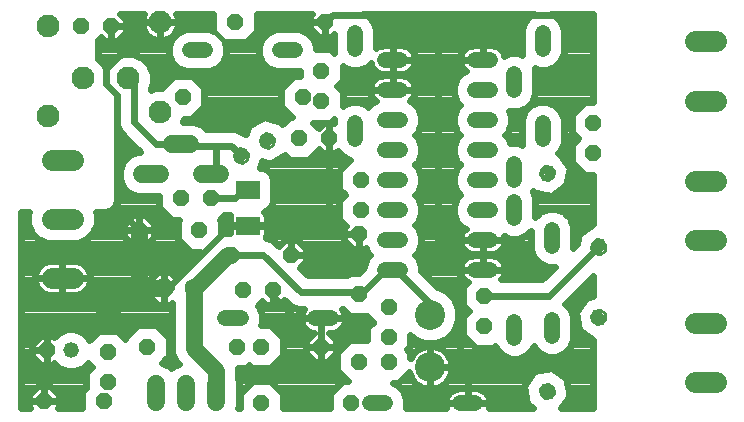
<source format=gtl>
G75*
%MOIN*%
%OFA0B0*%
%FSLAX25Y25*%
%IPPOS*%
%LPD*%
%AMOC8*
5,1,8,0,0,1.08239X$1,22.5*
%
%ADD10OC8,0.05200*%
%ADD11C,0.05200*%
%ADD12OC8,0.06300*%
%ADD13C,0.06300*%
%ADD14OC8,0.05600*%
%ADD15C,0.07600*%
%ADD16C,0.01120*%
%ADD17C,0.05200*%
%ADD18C,0.07050*%
%ADD19R,0.07874X0.05906*%
%ADD20C,0.06000*%
%ADD21C,0.10000*%
%ADD22C,0.02400*%
%ADD23C,0.05600*%
%ADD24C,0.01600*%
D10*
X0059930Y0065030D03*
D11*
X0067930Y0065030D03*
D12*
X0098930Y0085655D03*
D13*
X0108930Y0085655D03*
D14*
X0125180Y0085030D03*
X0135180Y0085030D03*
X0141430Y0096905D03*
X0121430Y0096905D03*
X0110805Y0105030D03*
X0114555Y0115655D03*
X0104555Y0115655D03*
X0090805Y0105030D03*
X0076430Y0073780D03*
X0080180Y0064405D03*
X0080180Y0054405D03*
X0078930Y0048155D03*
X0058930Y0048155D03*
X0093305Y0066280D03*
X0123305Y0066280D03*
X0131430Y0066280D03*
X0151430Y0066280D03*
X0163930Y0061280D03*
X0173930Y0061280D03*
X0173930Y0069405D03*
X0173930Y0079405D03*
X0163930Y0083780D03*
X0163930Y0103780D03*
X0164555Y0111905D03*
X0164555Y0121905D03*
X0153930Y0135655D03*
X0143930Y0135655D03*
X0151430Y0148155D03*
X0145180Y0149405D03*
X0151430Y0158155D03*
X0152680Y0174405D03*
X0122680Y0174405D03*
X0105180Y0149405D03*
X0081430Y0173155D03*
X0071430Y0173155D03*
X0205805Y0083155D03*
X0205805Y0073155D03*
X0161430Y0047530D03*
X0131430Y0047530D03*
X0242055Y0130655D03*
X0242055Y0140655D03*
D15*
X0097680Y0144405D03*
X0087055Y0155655D03*
X0072055Y0155655D03*
X0060180Y0143155D03*
X0060180Y0173155D03*
X0097680Y0174405D03*
D16*
X0131417Y0135273D02*
X0130857Y0134713D01*
X0131338Y0136506D01*
X0132943Y0137433D01*
X0134736Y0136952D01*
X0135663Y0135347D01*
X0135182Y0133554D01*
X0133577Y0132627D01*
X0131784Y0133108D01*
X0130857Y0134713D01*
X0131759Y0134832D01*
X0132059Y0135952D01*
X0133062Y0136531D01*
X0134182Y0136231D01*
X0134761Y0135228D01*
X0134461Y0134108D01*
X0133458Y0133529D01*
X0132338Y0133829D01*
X0131759Y0134832D01*
X0132660Y0134951D01*
X0132780Y0135399D01*
X0133181Y0135630D01*
X0133629Y0135510D01*
X0133860Y0135109D01*
X0133740Y0134661D01*
X0133339Y0134430D01*
X0132891Y0134550D01*
X0132660Y0134951D01*
X0122756Y0130273D02*
X0122196Y0129713D01*
X0122677Y0131506D01*
X0124282Y0132433D01*
X0126075Y0131952D01*
X0127002Y0130347D01*
X0126521Y0128554D01*
X0124916Y0127627D01*
X0123123Y0128108D01*
X0122196Y0129713D01*
X0123098Y0129832D01*
X0123398Y0130952D01*
X0124401Y0131531D01*
X0125521Y0131231D01*
X0126100Y0130228D01*
X0125800Y0129108D01*
X0124797Y0128529D01*
X0123677Y0128829D01*
X0123098Y0129832D01*
X0123999Y0129951D01*
X0124119Y0130399D01*
X0124520Y0130630D01*
X0124968Y0130510D01*
X0125199Y0130109D01*
X0125079Y0129661D01*
X0124678Y0129430D01*
X0124230Y0129550D01*
X0123999Y0129951D01*
X0226611Y0125998D02*
X0226051Y0126558D01*
X0227879Y0126236D01*
X0228942Y0124717D01*
X0228620Y0122889D01*
X0227101Y0121826D01*
X0225273Y0122148D01*
X0224210Y0123667D01*
X0224532Y0125495D01*
X0226051Y0126558D01*
X0226248Y0125670D01*
X0227390Y0125469D01*
X0228054Y0124520D01*
X0227853Y0123378D01*
X0226904Y0122714D01*
X0225762Y0122915D01*
X0225098Y0123864D01*
X0225299Y0125006D01*
X0226248Y0125670D01*
X0226445Y0124783D01*
X0226902Y0124702D01*
X0227167Y0124323D01*
X0227086Y0123866D01*
X0226707Y0123601D01*
X0226250Y0123682D01*
X0225985Y0124061D01*
X0226066Y0124518D01*
X0226445Y0124783D01*
X0243818Y0101424D02*
X0243258Y0101984D01*
X0245086Y0101662D01*
X0246149Y0100143D01*
X0245827Y0098315D01*
X0244308Y0097252D01*
X0242480Y0097574D01*
X0241417Y0099093D01*
X0241739Y0100921D01*
X0243258Y0101984D01*
X0243455Y0101096D01*
X0244597Y0100895D01*
X0245261Y0099946D01*
X0245060Y0098804D01*
X0244111Y0098140D01*
X0242969Y0098341D01*
X0242305Y0099290D01*
X0242506Y0100432D01*
X0243455Y0101096D01*
X0243652Y0100209D01*
X0244109Y0100128D01*
X0244374Y0099749D01*
X0244293Y0099292D01*
X0243914Y0099027D01*
X0243457Y0099108D01*
X0243192Y0099487D01*
X0243273Y0099944D01*
X0243652Y0100209D01*
X0242299Y0075324D02*
X0241739Y0074764D01*
X0241417Y0076592D01*
X0242480Y0078111D01*
X0244308Y0078433D01*
X0245827Y0077370D01*
X0246149Y0075542D01*
X0245086Y0074023D01*
X0243258Y0073701D01*
X0241739Y0074764D01*
X0242506Y0075253D01*
X0242305Y0076395D01*
X0242969Y0077344D01*
X0244111Y0077545D01*
X0245060Y0076881D01*
X0245261Y0075739D01*
X0244597Y0074790D01*
X0243455Y0074589D01*
X0242506Y0075253D01*
X0243273Y0075741D01*
X0243192Y0076198D01*
X0243457Y0076577D01*
X0243914Y0076658D01*
X0244293Y0076393D01*
X0244374Y0075936D01*
X0244109Y0075557D01*
X0243652Y0075476D01*
X0243273Y0075741D01*
X0225092Y0050750D02*
X0224532Y0050190D01*
X0224210Y0052018D01*
X0225273Y0053537D01*
X0227101Y0053859D01*
X0228620Y0052796D01*
X0228942Y0050968D01*
X0227879Y0049449D01*
X0226051Y0049127D01*
X0224532Y0050190D01*
X0225299Y0050679D01*
X0225098Y0051821D01*
X0225762Y0052770D01*
X0226904Y0052971D01*
X0227853Y0052307D01*
X0228054Y0051165D01*
X0227390Y0050216D01*
X0226248Y0050015D01*
X0225299Y0050679D01*
X0226066Y0051167D01*
X0225985Y0051624D01*
X0226250Y0052003D01*
X0226707Y0052084D01*
X0227086Y0051819D01*
X0227167Y0051362D01*
X0226902Y0050983D01*
X0226445Y0050902D01*
X0226066Y0051167D01*
D17*
X0202780Y0047530D02*
X0197580Y0047530D01*
X0172780Y0047530D02*
X0167580Y0047530D01*
X0154655Y0075655D02*
X0149455Y0075655D01*
X0124655Y0075655D02*
X0119455Y0075655D01*
X0172580Y0091905D02*
X0177780Y0091905D01*
X0177780Y0101905D02*
X0172580Y0101905D01*
X0172580Y0111905D02*
X0177780Y0111905D01*
X0177780Y0121905D02*
X0172580Y0121905D01*
X0172580Y0131905D02*
X0177780Y0131905D01*
X0177780Y0141905D02*
X0172580Y0141905D01*
X0162680Y0140755D02*
X0162680Y0135555D01*
X0172580Y0151905D02*
X0177780Y0151905D01*
X0177780Y0161905D02*
X0172580Y0161905D01*
X0162680Y0165555D02*
X0162680Y0170755D01*
X0142780Y0165030D02*
X0137580Y0165030D01*
X0112780Y0165030D02*
X0107580Y0165030D01*
X0202580Y0161905D02*
X0207780Y0161905D01*
X0215805Y0157005D02*
X0215805Y0151805D01*
X0207780Y0151905D02*
X0202580Y0151905D01*
X0202580Y0141905D02*
X0207780Y0141905D01*
X0207780Y0131905D02*
X0202580Y0131905D01*
X0215805Y0127005D02*
X0215805Y0121805D01*
X0207780Y0121905D02*
X0202580Y0121905D01*
X0215805Y0114505D02*
X0215805Y0109305D01*
X0207780Y0111905D02*
X0202580Y0111905D01*
X0202580Y0101905D02*
X0207780Y0101905D01*
X0207780Y0091905D02*
X0202580Y0091905D01*
X0228305Y0099930D02*
X0228305Y0105130D01*
X0225180Y0135555D02*
X0225180Y0140755D01*
X0225180Y0165555D02*
X0225180Y0170755D01*
X0228305Y0075130D02*
X0228305Y0069930D01*
X0215805Y0069305D02*
X0215805Y0074505D01*
D18*
X0276030Y0074248D02*
X0283080Y0074248D01*
X0283080Y0054563D02*
X0276030Y0054563D01*
X0276030Y0101750D02*
X0283080Y0101750D01*
X0283080Y0121435D02*
X0276030Y0121435D01*
X0276030Y0148313D02*
X0283080Y0148313D01*
X0283080Y0167998D02*
X0276030Y0167998D01*
X0068626Y0128465D02*
X0061576Y0128465D01*
X0061576Y0108780D02*
X0068626Y0108780D01*
X0068626Y0089095D02*
X0061576Y0089095D01*
D19*
X0127055Y0106625D03*
X0127055Y0118436D03*
D20*
X0117555Y0123780D02*
X0111555Y0123780D01*
X0097555Y0123780D02*
X0091555Y0123780D01*
X0101555Y0133780D02*
X0107555Y0133780D01*
X0106430Y0053655D02*
X0106430Y0047655D01*
X0116430Y0047655D02*
X0116430Y0053655D01*
X0096430Y0053655D02*
X0096430Y0047655D01*
D21*
X0187680Y0059405D03*
X0187680Y0076905D03*
D22*
X0051430Y0045855D02*
X0051430Y0111255D01*
X0054023Y0111255D01*
X0053651Y0110357D01*
X0053651Y0107204D01*
X0054857Y0104291D01*
X0057087Y0102062D01*
X0059999Y0100855D01*
X0070202Y0100855D01*
X0073115Y0102062D01*
X0075344Y0104291D01*
X0076551Y0107204D01*
X0076551Y0110357D01*
X0076179Y0111255D01*
X0079805Y0111255D01*
X0081422Y0111925D01*
X0082660Y0113163D01*
X0083330Y0114780D01*
X0083330Y0148323D01*
X0083330Y0140166D01*
X0084182Y0138108D01*
X0085757Y0136533D01*
X0085757Y0136533D01*
X0091110Y0131180D01*
X0090083Y0131180D01*
X0087363Y0130054D01*
X0085281Y0127972D01*
X0084155Y0125252D01*
X0084155Y0122308D01*
X0085281Y0119588D01*
X0087363Y0117507D01*
X0090083Y0116380D01*
X0097355Y0116380D01*
X0097355Y0112673D01*
X0101572Y0108455D01*
X0104047Y0108455D01*
X0103605Y0108013D01*
X0103605Y0102048D01*
X0107822Y0097830D01*
X0110922Y0097830D01*
X0105498Y0092406D01*
X0104653Y0092056D01*
X0102529Y0089932D01*
X0102438Y0089713D01*
X0101146Y0091005D01*
X0098930Y0091005D01*
X0098930Y0085655D01*
X0101380Y0085655D01*
X0101380Y0085655D01*
X0098930Y0085655D01*
X0098930Y0085655D01*
X0098930Y0080305D01*
X0101146Y0080305D01*
X0101730Y0080889D01*
X0101730Y0064223D01*
X0102826Y0061577D01*
X0103819Y0060584D01*
X0102238Y0059929D01*
X0101430Y0059120D01*
X0100621Y0059929D01*
X0098156Y0060950D01*
X0100505Y0063298D01*
X0100505Y0069263D01*
X0096287Y0073480D01*
X0090322Y0073480D01*
X0086105Y0069263D01*
X0086105Y0068662D01*
X0083162Y0071605D01*
X0077197Y0071605D01*
X0074076Y0068484D01*
X0073864Y0068995D01*
X0071895Y0070964D01*
X0069322Y0072030D01*
X0066537Y0072030D01*
X0063964Y0070964D01*
X0062374Y0069374D01*
X0061918Y0069830D01*
X0059930Y0069830D01*
X0059930Y0065030D01*
X0059930Y0060230D01*
X0061918Y0060230D01*
X0062374Y0060686D01*
X0063964Y0059096D01*
X0066537Y0058030D01*
X0069322Y0058030D01*
X0071895Y0059096D01*
X0073601Y0060802D01*
X0074997Y0059405D01*
X0072980Y0057388D01*
X0072980Y0052388D01*
X0071730Y0051138D01*
X0071730Y0045855D01*
X0063701Y0045855D01*
X0063930Y0046084D01*
X0063930Y0048155D01*
X0058930Y0048155D01*
X0058930Y0048155D01*
X0063930Y0048155D01*
X0063930Y0050226D01*
X0061001Y0053155D01*
X0058930Y0053155D01*
X0058930Y0048155D01*
X0058930Y0048155D01*
X0058929Y0048155D02*
X0053930Y0048155D01*
X0053930Y0046084D01*
X0054159Y0045855D01*
X0051430Y0045855D01*
X0051430Y0047851D02*
X0053930Y0047851D01*
X0053930Y0048155D02*
X0058929Y0048155D01*
X0058929Y0048155D01*
X0058930Y0048155D02*
X0058930Y0053155D01*
X0056859Y0053155D01*
X0053930Y0050226D01*
X0053930Y0048155D01*
X0053953Y0050249D02*
X0051430Y0050249D01*
X0051430Y0052648D02*
X0056351Y0052648D01*
X0058930Y0052648D02*
X0058930Y0052648D01*
X0058930Y0050249D02*
X0058930Y0050249D01*
X0061508Y0052648D02*
X0072980Y0052648D01*
X0072980Y0055046D02*
X0051430Y0055046D01*
X0051430Y0057445D02*
X0073037Y0057445D01*
X0072642Y0059843D02*
X0074559Y0059843D01*
X0071730Y0050249D02*
X0063907Y0050249D01*
X0063930Y0047851D02*
X0071730Y0047851D01*
X0063217Y0059843D02*
X0051430Y0059843D01*
X0051430Y0062242D02*
X0055930Y0062242D01*
X0055130Y0063042D02*
X0057941Y0060230D01*
X0059930Y0060230D01*
X0059930Y0065030D01*
X0059930Y0065030D01*
X0059930Y0065030D01*
X0059929Y0065030D02*
X0055130Y0065030D01*
X0055130Y0063042D01*
X0055130Y0064640D02*
X0051430Y0064640D01*
X0051430Y0067039D02*
X0055150Y0067039D01*
X0055130Y0067018D02*
X0055130Y0065030D01*
X0059929Y0065030D01*
X0059929Y0065030D01*
X0059930Y0065030D02*
X0059930Y0069830D01*
X0057941Y0069830D01*
X0055130Y0067018D01*
X0057549Y0069437D02*
X0051430Y0069437D01*
X0051430Y0071836D02*
X0066068Y0071836D01*
X0069791Y0071836D02*
X0088678Y0071836D01*
X0086279Y0069437D02*
X0085330Y0069437D01*
X0075029Y0069437D02*
X0073422Y0069437D01*
X0062437Y0069437D02*
X0062311Y0069437D01*
X0059930Y0069437D02*
X0059930Y0069437D01*
X0059930Y0067039D02*
X0059930Y0067039D01*
X0059930Y0064640D02*
X0059930Y0064640D01*
X0059930Y0062242D02*
X0059930Y0062242D01*
X0051430Y0074234D02*
X0101730Y0074234D01*
X0101730Y0071836D02*
X0097931Y0071836D01*
X0100330Y0069437D02*
X0101730Y0069437D01*
X0101730Y0067039D02*
X0100505Y0067039D01*
X0100505Y0064640D02*
X0101730Y0064640D01*
X0102550Y0062242D02*
X0099449Y0062242D01*
X0100707Y0059843D02*
X0102153Y0059843D01*
X0123630Y0059080D02*
X0123630Y0055610D01*
X0123830Y0055127D01*
X0123830Y0046183D01*
X0123694Y0045855D01*
X0124230Y0045855D01*
X0124230Y0050513D01*
X0128447Y0054730D01*
X0134412Y0054730D01*
X0138630Y0050513D01*
X0138630Y0045855D01*
X0154230Y0045855D01*
X0154230Y0050513D01*
X0158447Y0054730D01*
X0160297Y0054730D01*
X0156730Y0058298D01*
X0156730Y0064263D01*
X0160947Y0068480D01*
X0166730Y0068480D01*
X0166730Y0072388D01*
X0168747Y0074405D01*
X0166730Y0076423D01*
X0166730Y0076580D01*
X0160947Y0076580D01*
X0158722Y0078805D01*
X0158293Y0078805D01*
X0158316Y0078782D01*
X0158760Y0078171D01*
X0159103Y0077498D01*
X0159336Y0076779D01*
X0159455Y0076033D01*
X0159455Y0075655D01*
X0152055Y0075655D01*
X0152055Y0075655D01*
X0159455Y0075655D01*
X0159455Y0075277D01*
X0159336Y0074531D01*
X0159103Y0073813D01*
X0158760Y0073139D01*
X0158316Y0072528D01*
X0157782Y0071994D01*
X0157170Y0071550D01*
X0156497Y0071207D01*
X0155779Y0070973D01*
X0155032Y0070855D01*
X0153926Y0070855D01*
X0156430Y0068351D01*
X0156430Y0066280D01*
X0151430Y0066280D01*
X0151430Y0066280D01*
X0151430Y0061280D01*
X0153501Y0061280D01*
X0156430Y0064209D01*
X0156430Y0066280D01*
X0151430Y0066280D01*
X0151430Y0066280D01*
X0151430Y0061280D01*
X0149359Y0061280D01*
X0146430Y0064209D01*
X0146430Y0066280D01*
X0151429Y0066280D01*
X0151429Y0066280D01*
X0146430Y0066280D01*
X0146430Y0068351D01*
X0148953Y0070875D01*
X0148331Y0070973D01*
X0147612Y0071207D01*
X0146939Y0071550D01*
X0146328Y0071994D01*
X0145793Y0072528D01*
X0145349Y0073139D01*
X0145006Y0073813D01*
X0144773Y0074531D01*
X0144655Y0075277D01*
X0144655Y0075655D01*
X0152054Y0075655D01*
X0152054Y0075655D01*
X0144655Y0075655D01*
X0144655Y0076033D01*
X0144773Y0076779D01*
X0145006Y0077498D01*
X0145349Y0078171D01*
X0145793Y0078782D01*
X0145816Y0078805D01*
X0143441Y0078805D01*
X0141382Y0079658D01*
X0139807Y0081233D01*
X0139130Y0081910D01*
X0137251Y0080030D01*
X0135180Y0080030D01*
X0135180Y0085030D01*
X0135180Y0085030D01*
X0135180Y0083155D01*
X0142680Y0075655D01*
X0152055Y0075655D01*
X0151430Y0075655D01*
X0151430Y0065655D01*
X0151430Y0064640D02*
X0151430Y0064640D01*
X0151430Y0062242D02*
X0151430Y0062242D01*
X0154462Y0062242D02*
X0156730Y0062242D01*
X0156730Y0059843D02*
X0135175Y0059843D01*
X0134412Y0059080D02*
X0138630Y0063298D01*
X0138630Y0069263D01*
X0134412Y0073480D01*
X0131330Y0073480D01*
X0131655Y0074263D01*
X0131655Y0077048D01*
X0130589Y0079620D01*
X0130270Y0079939D01*
X0131735Y0081404D01*
X0133109Y0080030D01*
X0135180Y0080030D01*
X0135180Y0085030D01*
X0135180Y0083828D02*
X0135180Y0083828D01*
X0135180Y0081430D02*
X0135180Y0081430D01*
X0138650Y0081430D02*
X0139610Y0081430D01*
X0142895Y0079031D02*
X0130833Y0079031D01*
X0131655Y0076633D02*
X0144750Y0076633D01*
X0144869Y0074234D02*
X0131643Y0074234D01*
X0136056Y0071836D02*
X0146545Y0071836D01*
X0147516Y0069437D02*
X0138455Y0069437D01*
X0138630Y0067039D02*
X0146430Y0067039D01*
X0146430Y0064640D02*
X0138630Y0064640D01*
X0137574Y0062242D02*
X0148397Y0062242D01*
X0156430Y0064640D02*
X0157107Y0064640D01*
X0156430Y0067039D02*
X0159506Y0067039D01*
X0155344Y0069437D02*
X0166730Y0069437D01*
X0166730Y0071836D02*
X0157564Y0071836D01*
X0159240Y0074234D02*
X0168576Y0074234D01*
X0160895Y0076633D02*
X0159360Y0076633D01*
X0163930Y0083780D02*
X0163930Y0084405D01*
X0144555Y0084405D01*
X0132055Y0096905D01*
X0121430Y0096905D01*
X0120918Y0104105D02*
X0118447Y0104105D01*
X0118235Y0103893D01*
X0118005Y0103797D01*
X0118005Y0108013D01*
X0117549Y0108468D01*
X0119137Y0110055D01*
X0120968Y0110055D01*
X0120918Y0109867D01*
X0120918Y0106901D01*
X0126778Y0106901D01*
X0126778Y0106348D01*
X0120918Y0106348D01*
X0120918Y0104105D01*
X0120918Y0105415D02*
X0118005Y0105415D01*
X0118005Y0107814D02*
X0120918Y0107814D01*
X0121149Y0106625D02*
X0100180Y0085655D01*
X0096430Y0085655D01*
X0098929Y0085655D02*
X0093580Y0085655D01*
X0093580Y0083439D01*
X0096714Y0080305D01*
X0098930Y0080305D01*
X0098930Y0085655D01*
X0098930Y0085655D01*
X0098930Y0085655D01*
X0098929Y0085655D02*
X0098929Y0085655D01*
X0093580Y0085655D01*
X0093580Y0087871D01*
X0096714Y0091005D01*
X0098930Y0091005D01*
X0098930Y0085655D01*
X0098930Y0086227D02*
X0098930Y0086227D01*
X0098930Y0088625D02*
X0098930Y0088625D01*
X0094334Y0088625D02*
X0074348Y0088625D01*
X0074351Y0088645D02*
X0074210Y0087755D01*
X0073931Y0086898D01*
X0073522Y0086095D01*
X0072993Y0085366D01*
X0072355Y0084728D01*
X0071626Y0084199D01*
X0070824Y0083790D01*
X0069966Y0083511D01*
X0069076Y0083370D01*
X0065101Y0083370D01*
X0065101Y0089095D01*
X0065101Y0089095D01*
X0065101Y0089095D01*
X0074351Y0089095D01*
X0074351Y0088645D01*
X0074351Y0089095D02*
X0074351Y0089546D01*
X0074210Y0090436D01*
X0073931Y0091293D01*
X0073522Y0092096D01*
X0072993Y0092825D01*
X0072355Y0093462D01*
X0071626Y0093992D01*
X0070824Y0094401D01*
X0069966Y0094679D01*
X0069076Y0094820D01*
X0065101Y0094820D01*
X0065101Y0089095D01*
X0065101Y0083370D01*
X0061125Y0083370D01*
X0060235Y0083511D01*
X0059378Y0083790D01*
X0058575Y0084199D01*
X0057846Y0084728D01*
X0057209Y0085366D01*
X0056679Y0086095D01*
X0056270Y0086898D01*
X0055992Y0087755D01*
X0055851Y0088645D01*
X0055851Y0089095D01*
X0065101Y0089095D01*
X0074351Y0089095D01*
X0074019Y0091024D02*
X0103621Y0091024D01*
X0106515Y0093422D02*
X0072395Y0093422D01*
X0065101Y0093422D02*
X0065101Y0093422D01*
X0065101Y0094820D02*
X0061125Y0094820D01*
X0060235Y0094679D01*
X0059378Y0094401D01*
X0058575Y0093992D01*
X0057846Y0093462D01*
X0057209Y0092825D01*
X0056679Y0092096D01*
X0056270Y0091293D01*
X0055992Y0090436D01*
X0055851Y0089546D01*
X0055851Y0089095D01*
X0065101Y0089095D01*
X0065101Y0089095D01*
X0065101Y0089095D01*
X0065101Y0094820D01*
X0065101Y0091024D02*
X0065101Y0091024D01*
X0065101Y0088625D02*
X0065101Y0088625D01*
X0065101Y0086227D02*
X0065101Y0086227D01*
X0065101Y0083828D02*
X0065101Y0083828D01*
X0059302Y0083828D02*
X0051430Y0083828D01*
X0051430Y0081430D02*
X0095589Y0081430D01*
X0093580Y0083828D02*
X0070900Y0083828D01*
X0073590Y0086227D02*
X0093580Y0086227D01*
X0098930Y0083828D02*
X0098930Y0083828D01*
X0098930Y0081430D02*
X0098930Y0081430D01*
X0101730Y0079031D02*
X0051430Y0079031D01*
X0051430Y0076633D02*
X0101730Y0076633D01*
X0108913Y0095821D02*
X0051430Y0095821D01*
X0051430Y0098219D02*
X0107433Y0098219D01*
X0105034Y0100618D02*
X0093463Y0100618D01*
X0092876Y0100030D02*
X0095805Y0102959D01*
X0095805Y0105030D01*
X0090805Y0105030D01*
X0090805Y0105030D01*
X0090805Y0100030D01*
X0092876Y0100030D01*
X0090805Y0100030D02*
X0090805Y0105030D01*
X0090805Y0105030D01*
X0095805Y0105030D01*
X0095805Y0107101D01*
X0092876Y0110030D01*
X0090805Y0110030D01*
X0090805Y0105030D01*
X0083305Y0112530D01*
X0083305Y0150030D01*
X0079555Y0153780D01*
X0079555Y0158780D01*
X0088930Y0168155D01*
X0088930Y0173155D01*
X0081430Y0173155D01*
X0081430Y0173155D01*
X0086430Y0173155D01*
X0086430Y0171084D01*
X0083501Y0168155D01*
X0081430Y0168155D01*
X0081430Y0173155D01*
X0081430Y0173155D01*
X0086430Y0173155D01*
X0086430Y0175226D01*
X0084468Y0177187D01*
X0092363Y0177187D01*
X0092119Y0176708D01*
X0091827Y0175810D01*
X0091680Y0174877D01*
X0091680Y0174405D01*
X0091680Y0173933D01*
X0091827Y0173000D01*
X0092119Y0172102D01*
X0092548Y0171260D01*
X0093103Y0170496D01*
X0093771Y0169829D01*
X0094535Y0169274D01*
X0095376Y0168845D01*
X0096275Y0168553D01*
X0097207Y0168405D01*
X0097680Y0168405D01*
X0098152Y0168405D01*
X0099085Y0168553D01*
X0099983Y0168845D01*
X0100824Y0169274D01*
X0101588Y0169829D01*
X0102256Y0170496D01*
X0102811Y0171260D01*
X0103240Y0172102D01*
X0103532Y0173000D01*
X0103680Y0173933D01*
X0103680Y0174405D01*
X0097680Y0174405D01*
X0097680Y0174405D01*
X0097680Y0168405D01*
X0097680Y0174405D01*
X0097680Y0174405D01*
X0103680Y0174405D01*
X0103680Y0174877D01*
X0103532Y0175810D01*
X0103240Y0176708D01*
X0102996Y0177187D01*
X0115480Y0177187D01*
X0115480Y0171489D01*
X0114172Y0172030D01*
X0106187Y0172030D01*
X0103614Y0170964D01*
X0101645Y0168995D01*
X0100580Y0166423D01*
X0100580Y0163638D01*
X0101645Y0161065D01*
X0103614Y0159096D01*
X0106187Y0158030D01*
X0114172Y0158030D01*
X0116745Y0159096D01*
X0118714Y0161065D01*
X0119780Y0163638D01*
X0119780Y0166423D01*
X0119284Y0167618D01*
X0119697Y0167205D01*
X0125662Y0167205D01*
X0129880Y0171423D01*
X0129880Y0177187D01*
X0148391Y0177187D01*
X0147680Y0176476D01*
X0147680Y0174405D01*
X0147680Y0172334D01*
X0150609Y0169405D01*
X0152680Y0169405D01*
X0154751Y0169405D01*
X0155680Y0170334D01*
X0155680Y0164163D01*
X0155733Y0164034D01*
X0154412Y0165355D01*
X0149780Y0165355D01*
X0149780Y0166423D01*
X0148714Y0168995D01*
X0146745Y0170964D01*
X0144172Y0172030D01*
X0136187Y0172030D01*
X0133614Y0170964D01*
X0131645Y0168995D01*
X0130580Y0166423D01*
X0130580Y0163638D01*
X0131645Y0161065D01*
X0133614Y0159096D01*
X0136187Y0158030D01*
X0144172Y0158030D01*
X0144230Y0158054D01*
X0144230Y0156605D01*
X0142197Y0156605D01*
X0137980Y0152388D01*
X0137980Y0146423D01*
X0141547Y0142855D01*
X0140947Y0142855D01*
X0138480Y0140388D01*
X0138004Y0141213D01*
X0132242Y0142757D01*
X0127077Y0139774D01*
X0126338Y0137018D01*
X0125174Y0137330D01*
X0124602Y0137903D01*
X0122544Y0138755D01*
X0113045Y0138755D01*
X0111746Y0140054D01*
X0109027Y0141180D01*
X0105219Y0141180D01*
X0105644Y0142205D01*
X0108162Y0142205D01*
X0112380Y0146423D01*
X0112380Y0152388D01*
X0108162Y0156605D01*
X0102197Y0156605D01*
X0098197Y0152605D01*
X0096049Y0152605D01*
X0094530Y0151976D01*
X0094530Y0152274D01*
X0095255Y0154024D01*
X0095255Y0157286D01*
X0094006Y0160300D01*
X0091700Y0162607D01*
X0088686Y0163855D01*
X0085424Y0163855D01*
X0082410Y0162607D01*
X0080103Y0160300D01*
X0079555Y0158976D01*
X0079006Y0160300D01*
X0077080Y0162227D01*
X0077080Y0168623D01*
X0077985Y0169529D01*
X0079359Y0168155D01*
X0081430Y0168155D01*
X0081430Y0173155D01*
X0081430Y0172573D02*
X0081430Y0172573D01*
X0081430Y0170175D02*
X0081430Y0170175D01*
X0077080Y0167776D02*
X0101140Y0167776D01*
X0100580Y0165378D02*
X0077080Y0165378D01*
X0077080Y0162979D02*
X0083309Y0162979D01*
X0080384Y0160581D02*
X0078726Y0160581D01*
X0087055Y0155655D02*
X0088930Y0155655D01*
X0088930Y0141280D01*
X0096430Y0133780D01*
X0104555Y0133780D01*
X0105180Y0133155D01*
X0116430Y0133155D01*
X0116430Y0123780D01*
X0114555Y0123780D01*
X0114555Y0115655D02*
X0122680Y0115655D01*
X0125460Y0118436D01*
X0127055Y0118436D01*
X0135392Y0117408D02*
X0158870Y0117408D01*
X0159372Y0116905D02*
X0157355Y0114888D01*
X0157355Y0108923D01*
X0159678Y0106600D01*
X0158930Y0105851D01*
X0158930Y0103780D01*
X0158930Y0101709D01*
X0161859Y0098780D01*
X0163930Y0098780D01*
X0166001Y0098780D01*
X0166210Y0098990D01*
X0166645Y0097940D01*
X0167680Y0096905D01*
X0166645Y0095870D01*
X0165580Y0093298D01*
X0165580Y0092725D01*
X0163835Y0090980D01*
X0160947Y0090980D01*
X0159972Y0090005D01*
X0146874Y0090005D01*
X0144237Y0092642D01*
X0146430Y0094834D01*
X0146430Y0096905D01*
X0141430Y0096905D01*
X0141430Y0096905D01*
X0146430Y0096905D01*
X0146430Y0098976D01*
X0143501Y0101905D01*
X0141430Y0101905D01*
X0141430Y0096905D01*
X0141430Y0103780D01*
X0138585Y0106625D01*
X0127055Y0106625D01*
X0121149Y0106625D01*
X0127331Y0106901D02*
X0133192Y0106901D01*
X0133192Y0109867D01*
X0133042Y0110427D01*
X0132752Y0110928D01*
X0132383Y0111297D01*
X0133484Y0111753D01*
X0134722Y0112991D01*
X0135392Y0114608D01*
X0135392Y0122264D01*
X0134722Y0123881D01*
X0133484Y0125119D01*
X0131867Y0125788D01*
X0130917Y0125788D01*
X0131521Y0128042D01*
X0134277Y0127304D01*
X0139236Y0130167D01*
X0140947Y0128455D01*
X0146912Y0128455D01*
X0150485Y0132029D01*
X0151859Y0130655D01*
X0153930Y0130655D01*
X0156001Y0130655D01*
X0156840Y0131495D01*
X0158714Y0129621D01*
X0161100Y0128633D01*
X0157355Y0124888D01*
X0157355Y0118923D01*
X0159372Y0116905D01*
X0157476Y0115009D02*
X0135392Y0115009D01*
X0134342Y0112611D02*
X0157355Y0112611D01*
X0157355Y0110212D02*
X0133099Y0110212D01*
X0133192Y0107814D02*
X0158464Y0107814D01*
X0158930Y0105415D02*
X0133192Y0105415D01*
X0133192Y0106348D02*
X0127331Y0106348D01*
X0127331Y0106901D01*
X0133192Y0106348D02*
X0133192Y0103382D01*
X0133042Y0102823D01*
X0132858Y0102505D01*
X0133169Y0102505D01*
X0135227Y0101653D01*
X0136802Y0100077D01*
X0137166Y0099713D01*
X0139359Y0101905D01*
X0141430Y0101905D01*
X0141430Y0096905D01*
X0141430Y0096905D01*
X0141430Y0098219D02*
X0141430Y0098219D01*
X0141430Y0100618D02*
X0141430Y0100618D01*
X0141430Y0103780D02*
X0153930Y0103780D01*
X0153930Y0135655D01*
X0153930Y0130655D01*
X0153930Y0135655D01*
X0153930Y0135655D01*
X0153930Y0135655D01*
X0153930Y0140655D01*
X0155680Y0140655D01*
X0155680Y0142148D01*
X0155733Y0142276D01*
X0154412Y0140955D01*
X0148812Y0140955D01*
X0150485Y0139282D01*
X0151859Y0140655D01*
X0153930Y0140655D01*
X0153930Y0135655D01*
X0153930Y0136596D02*
X0153930Y0136596D01*
X0153930Y0138994D02*
X0153930Y0138994D01*
X0154849Y0141393D02*
X0155680Y0141393D01*
X0158630Y0146605D02*
X0158630Y0151138D01*
X0156612Y0153155D01*
X0158630Y0155173D01*
X0158630Y0159706D01*
X0158714Y0159621D01*
X0161287Y0158555D01*
X0164072Y0158555D01*
X0166645Y0159621D01*
X0167885Y0160861D01*
X0167898Y0160781D01*
X0168131Y0160063D01*
X0168474Y0159389D01*
X0168918Y0158778D01*
X0169453Y0158244D01*
X0170064Y0157800D01*
X0170737Y0157457D01*
X0171456Y0157223D01*
X0172202Y0157105D01*
X0175180Y0157105D01*
X0178157Y0157105D01*
X0178904Y0157223D01*
X0179622Y0157457D01*
X0180295Y0157800D01*
X0180907Y0158244D01*
X0181441Y0158778D01*
X0181885Y0159389D01*
X0182228Y0160063D01*
X0182461Y0160781D01*
X0182580Y0161527D01*
X0182580Y0161905D01*
X0175180Y0161905D01*
X0175180Y0161905D01*
X0175180Y0157105D01*
X0175180Y0161905D01*
X0175180Y0161905D01*
X0182580Y0161905D01*
X0182580Y0162283D01*
X0182461Y0163029D01*
X0182228Y0163748D01*
X0181885Y0164421D01*
X0181441Y0165032D01*
X0180907Y0165566D01*
X0180295Y0166011D01*
X0179622Y0166354D01*
X0178904Y0166587D01*
X0178157Y0166705D01*
X0175180Y0166705D01*
X0175180Y0161905D01*
X0190180Y0161905D01*
X0190180Y0176905D01*
X0228930Y0176905D01*
X0229145Y0176689D02*
X0227943Y0177187D01*
X0242030Y0177187D01*
X0242030Y0147855D01*
X0239072Y0147855D01*
X0234855Y0143638D01*
X0234855Y0137673D01*
X0236872Y0135655D01*
X0234855Y0133638D01*
X0234855Y0127673D01*
X0239072Y0123455D01*
X0242030Y0123455D01*
X0242030Y0107180D01*
X0237211Y0103805D01*
X0236602Y0100357D01*
X0235305Y0099059D01*
X0235305Y0106523D01*
X0234239Y0109095D01*
X0232270Y0111064D01*
X0229697Y0112130D01*
X0226912Y0112130D01*
X0224339Y0111064D01*
X0222805Y0109530D01*
X0222805Y0115898D01*
X0221869Y0118155D01*
X0221923Y0118285D01*
X0222389Y0117620D01*
X0228263Y0116584D01*
X0233149Y0120005D01*
X0234184Y0125879D01*
X0230763Y0130765D01*
X0230360Y0130836D01*
X0231114Y0131590D01*
X0232180Y0134163D01*
X0232180Y0142148D01*
X0231114Y0144720D01*
X0229145Y0146689D01*
X0226572Y0147755D01*
X0223787Y0147755D01*
X0221214Y0146689D01*
X0219245Y0144720D01*
X0218180Y0142148D01*
X0218180Y0134163D01*
X0218462Y0133481D01*
X0217197Y0134005D01*
X0214487Y0134005D01*
X0213714Y0135870D01*
X0212679Y0136905D01*
X0213714Y0137940D01*
X0214780Y0140513D01*
X0214780Y0143298D01*
X0214102Y0144934D01*
X0214412Y0144805D01*
X0217197Y0144805D01*
X0219770Y0145871D01*
X0221739Y0147840D01*
X0222805Y0150413D01*
X0222805Y0158398D01*
X0222522Y0159079D01*
X0223787Y0158555D01*
X0226572Y0158555D01*
X0229145Y0159621D01*
X0231114Y0161590D01*
X0232180Y0164163D01*
X0232180Y0172148D01*
X0231114Y0174720D01*
X0229145Y0176689D01*
X0230862Y0174972D02*
X0242030Y0174972D01*
X0242030Y0172573D02*
X0232003Y0172573D01*
X0232180Y0170175D02*
X0242030Y0170175D01*
X0242030Y0167776D02*
X0232180Y0167776D01*
X0232180Y0165378D02*
X0242030Y0165378D01*
X0242030Y0162979D02*
X0231689Y0162979D01*
X0230105Y0160581D02*
X0242030Y0160581D01*
X0242030Y0158182D02*
X0222805Y0158182D01*
X0222805Y0155784D02*
X0242030Y0155784D01*
X0242030Y0153385D02*
X0222805Y0153385D01*
X0222805Y0150987D02*
X0242030Y0150987D01*
X0242030Y0148588D02*
X0222049Y0148588D01*
X0220715Y0146190D02*
X0220089Y0146190D01*
X0218860Y0143791D02*
X0214575Y0143791D01*
X0214780Y0141393D02*
X0218180Y0141393D01*
X0218180Y0138994D02*
X0214151Y0138994D01*
X0212989Y0136596D02*
X0218180Y0136596D01*
X0218180Y0134197D02*
X0214407Y0134197D01*
X0231200Y0131799D02*
X0234855Y0131799D01*
X0234855Y0129400D02*
X0231719Y0129400D01*
X0233399Y0127002D02*
X0235526Y0127002D01*
X0233959Y0124603D02*
X0237924Y0124603D01*
X0242030Y0122205D02*
X0233536Y0122205D01*
X0232864Y0119806D02*
X0242030Y0119806D01*
X0242030Y0117408D02*
X0229439Y0117408D01*
X0223592Y0117408D02*
X0222179Y0117408D01*
X0222805Y0115009D02*
X0242030Y0115009D01*
X0242030Y0112611D02*
X0222805Y0112611D01*
X0222805Y0110212D02*
X0223487Y0110212D01*
X0221305Y0104906D02*
X0221305Y0098538D01*
X0222370Y0095965D01*
X0224339Y0093996D01*
X0226912Y0092930D01*
X0229176Y0092930D01*
X0225001Y0088755D01*
X0211418Y0088755D01*
X0211441Y0088778D01*
X0211885Y0089389D01*
X0212228Y0090063D01*
X0212461Y0090781D01*
X0212580Y0091527D01*
X0212580Y0091905D01*
X0205180Y0091905D01*
X0205180Y0091905D01*
X0212580Y0091905D01*
X0212580Y0092283D01*
X0212461Y0093029D01*
X0212228Y0093748D01*
X0211885Y0094421D01*
X0211441Y0095032D01*
X0210907Y0095566D01*
X0210295Y0096011D01*
X0209622Y0096354D01*
X0208904Y0096587D01*
X0208157Y0096705D01*
X0205180Y0096705D01*
X0205180Y0091905D01*
X0197680Y0091905D01*
X0197680Y0059405D01*
X0187680Y0059405D01*
X0187680Y0059405D01*
X0194880Y0059405D01*
X0194880Y0058933D01*
X0194756Y0057998D01*
X0194512Y0057086D01*
X0194151Y0056214D01*
X0193679Y0055396D01*
X0193104Y0054648D01*
X0192437Y0053980D01*
X0191688Y0053406D01*
X0190871Y0052934D01*
X0189999Y0052573D01*
X0189087Y0052328D01*
X0188152Y0052205D01*
X0187680Y0052205D01*
X0187680Y0059405D01*
X0187680Y0059405D01*
X0194880Y0059405D01*
X0194880Y0059877D01*
X0194756Y0060813D01*
X0194512Y0061725D01*
X0194151Y0062596D01*
X0193679Y0063414D01*
X0193104Y0064163D01*
X0192437Y0064830D01*
X0191688Y0065405D01*
X0190871Y0065877D01*
X0189999Y0066238D01*
X0189087Y0066482D01*
X0188152Y0066605D01*
X0187680Y0066605D01*
X0187680Y0059405D01*
X0187680Y0059405D01*
X0187680Y0052205D01*
X0187208Y0052205D01*
X0186272Y0052328D01*
X0185360Y0052573D01*
X0184488Y0052934D01*
X0183671Y0053406D01*
X0182922Y0053980D01*
X0182255Y0054648D01*
X0181680Y0055396D01*
X0181208Y0056214D01*
X0180847Y0057086D01*
X0180651Y0057819D01*
X0176912Y0054080D01*
X0175258Y0054080D01*
X0176745Y0053464D01*
X0178714Y0051495D01*
X0179780Y0048923D01*
X0179780Y0046138D01*
X0179663Y0045855D01*
X0193077Y0045855D01*
X0192898Y0046406D01*
X0192780Y0047152D01*
X0192780Y0047530D01*
X0200179Y0047530D01*
X0200179Y0047530D01*
X0192780Y0047530D01*
X0192780Y0047908D01*
X0192898Y0048654D01*
X0193131Y0049373D01*
X0193474Y0050046D01*
X0193918Y0050657D01*
X0194453Y0051191D01*
X0195064Y0051636D01*
X0195737Y0051979D01*
X0196456Y0052212D01*
X0197202Y0052330D01*
X0200180Y0052330D01*
X0200180Y0047530D01*
X0200180Y0047530D01*
X0207580Y0047530D01*
X0207580Y0047152D01*
X0207461Y0046406D01*
X0207282Y0045855D01*
X0222075Y0045855D01*
X0220003Y0047306D01*
X0218967Y0053180D01*
X0222389Y0058066D01*
X0228263Y0059101D01*
X0233149Y0055680D01*
X0234184Y0049806D01*
X0231418Y0045855D01*
X0242030Y0045855D01*
X0242030Y0068506D01*
X0237211Y0071880D01*
X0236175Y0077754D01*
X0239596Y0082640D01*
X0242030Y0083069D01*
X0242030Y0089945D01*
X0232710Y0080625D01*
X0234239Y0079095D01*
X0235305Y0076523D01*
X0235305Y0068538D01*
X0234239Y0065965D01*
X0232270Y0063996D01*
X0229697Y0062930D01*
X0226912Y0062930D01*
X0224339Y0063996D01*
X0222370Y0065965D01*
X0222184Y0066415D01*
X0221739Y0065340D01*
X0219770Y0063371D01*
X0217197Y0062305D01*
X0214412Y0062305D01*
X0211839Y0063371D01*
X0209870Y0065340D01*
X0209373Y0066541D01*
X0208787Y0065955D01*
X0202822Y0065955D01*
X0198605Y0070173D01*
X0198605Y0076138D01*
X0200622Y0078155D01*
X0198605Y0080173D01*
X0198605Y0086138D01*
X0200198Y0087731D01*
X0200064Y0087800D01*
X0199453Y0088244D01*
X0198918Y0088778D01*
X0198474Y0089389D01*
X0198131Y0090063D01*
X0197898Y0090781D01*
X0197780Y0091527D01*
X0197780Y0091905D01*
X0205179Y0091905D01*
X0205179Y0091905D01*
X0197780Y0091905D01*
X0197780Y0092283D01*
X0197898Y0093029D01*
X0198131Y0093748D01*
X0198474Y0094421D01*
X0198918Y0095032D01*
X0199453Y0095566D01*
X0200064Y0096011D01*
X0200737Y0096354D01*
X0201456Y0096587D01*
X0202202Y0096705D01*
X0205180Y0096705D01*
X0205180Y0091905D01*
X0205180Y0091905D01*
X0205180Y0093422D02*
X0205180Y0093422D01*
X0205180Y0095821D02*
X0205180Y0095821D01*
X0205180Y0097105D02*
X0205180Y0101905D01*
X0205180Y0101905D01*
X0212580Y0101905D01*
X0212580Y0101527D01*
X0212461Y0100781D01*
X0212228Y0100063D01*
X0211885Y0099389D01*
X0211441Y0098778D01*
X0210907Y0098244D01*
X0210295Y0097800D01*
X0209622Y0097457D01*
X0208904Y0097223D01*
X0208157Y0097105D01*
X0205180Y0097105D01*
X0205180Y0101905D01*
X0205180Y0101905D01*
X0212580Y0101905D01*
X0212580Y0102283D01*
X0212461Y0103029D01*
X0212430Y0103126D01*
X0214412Y0102305D01*
X0217197Y0102305D01*
X0219770Y0103371D01*
X0221305Y0104906D01*
X0221305Y0103016D02*
X0218914Y0103016D01*
X0221305Y0100618D02*
X0212408Y0100618D01*
X0212463Y0103016D02*
X0212695Y0103016D01*
X0210873Y0098219D02*
X0221436Y0098219D01*
X0222514Y0095821D02*
X0210556Y0095821D01*
X0212334Y0093422D02*
X0225724Y0093422D01*
X0227270Y0091024D02*
X0212500Y0091024D01*
X0205180Y0097105D02*
X0202202Y0097105D01*
X0201456Y0097223D01*
X0200737Y0097457D01*
X0200064Y0097800D01*
X0199453Y0098244D01*
X0198918Y0098778D01*
X0198474Y0099389D01*
X0198131Y0100063D01*
X0197898Y0100781D01*
X0197780Y0101527D01*
X0197780Y0101905D01*
X0205179Y0101905D01*
X0205179Y0101905D01*
X0197780Y0101905D01*
X0197780Y0102283D01*
X0197898Y0103029D01*
X0198131Y0103748D01*
X0198474Y0104421D01*
X0198918Y0105032D01*
X0199453Y0105566D01*
X0199503Y0105603D01*
X0198614Y0105971D01*
X0196645Y0107940D01*
X0195580Y0110513D01*
X0195580Y0113298D01*
X0196645Y0115870D01*
X0197680Y0116905D01*
X0196645Y0117940D01*
X0195580Y0120513D01*
X0195580Y0123298D01*
X0196645Y0125870D01*
X0197680Y0126905D01*
X0196645Y0127940D01*
X0195580Y0130513D01*
X0195580Y0133298D01*
X0196645Y0135870D01*
X0197680Y0136905D01*
X0196645Y0137940D01*
X0195580Y0140513D01*
X0195580Y0143298D01*
X0196645Y0145870D01*
X0197680Y0146905D01*
X0196645Y0147940D01*
X0195580Y0150513D01*
X0195580Y0153298D01*
X0196645Y0155870D01*
X0198614Y0157839D01*
X0199503Y0158207D01*
X0199453Y0158244D01*
X0198918Y0158778D01*
X0198474Y0159389D01*
X0198131Y0160063D01*
X0197898Y0160781D01*
X0197780Y0161527D01*
X0197780Y0161905D01*
X0205179Y0161905D01*
X0205179Y0161905D01*
X0197780Y0161905D01*
X0197780Y0162283D01*
X0197898Y0163029D01*
X0198131Y0163748D01*
X0198474Y0164421D01*
X0198918Y0165032D01*
X0199453Y0165566D01*
X0200064Y0166011D01*
X0200737Y0166354D01*
X0201456Y0166587D01*
X0202202Y0166705D01*
X0205180Y0166705D01*
X0205180Y0161905D01*
X0206430Y0160655D01*
X0205180Y0161905D02*
X0190180Y0161905D01*
X0190180Y0151905D01*
X0175180Y0151905D01*
X0175180Y0151905D01*
X0182580Y0151905D01*
X0182580Y0151527D01*
X0182461Y0150781D01*
X0182228Y0150063D01*
X0181885Y0149389D01*
X0181441Y0148778D01*
X0180907Y0148244D01*
X0180856Y0148207D01*
X0181745Y0147839D01*
X0183714Y0145870D01*
X0184780Y0143298D01*
X0184780Y0140513D01*
X0183714Y0137940D01*
X0182679Y0136905D01*
X0183714Y0135870D01*
X0184780Y0133298D01*
X0184780Y0130513D01*
X0183714Y0127940D01*
X0182679Y0126905D01*
X0183714Y0125870D01*
X0184780Y0123298D01*
X0184780Y0120513D01*
X0183714Y0117940D01*
X0182679Y0116905D01*
X0183714Y0115870D01*
X0184780Y0113298D01*
X0184780Y0110513D01*
X0183714Y0107940D01*
X0182679Y0106905D01*
X0183714Y0105870D01*
X0184780Y0103298D01*
X0184780Y0100513D01*
X0183714Y0097940D01*
X0182679Y0096905D01*
X0183714Y0095870D01*
X0184780Y0093298D01*
X0184780Y0091475D01*
X0190232Y0086022D01*
X0193004Y0084874D01*
X0195649Y0082230D01*
X0197080Y0078775D01*
X0197080Y0075035D01*
X0195649Y0071581D01*
X0193004Y0068936D01*
X0189549Y0067505D01*
X0185810Y0067505D01*
X0182355Y0068936D01*
X0181130Y0070162D01*
X0181130Y0066423D01*
X0180049Y0065343D01*
X0181130Y0064263D01*
X0181130Y0062407D01*
X0181208Y0062596D01*
X0181680Y0063414D01*
X0182255Y0064163D01*
X0182922Y0064830D01*
X0183671Y0065405D01*
X0184488Y0065877D01*
X0185360Y0066238D01*
X0186272Y0066482D01*
X0187208Y0066605D01*
X0187680Y0066605D01*
X0187680Y0059405D01*
X0187680Y0059843D02*
X0187680Y0059843D01*
X0187680Y0057445D02*
X0187680Y0057445D01*
X0187680Y0055046D02*
X0187680Y0055046D01*
X0187680Y0052648D02*
X0187680Y0052648D01*
X0190180Y0052648D02*
X0219061Y0052648D01*
X0219484Y0050249D02*
X0206737Y0050249D01*
X0206885Y0050046D02*
X0206441Y0050657D01*
X0205907Y0051191D01*
X0205295Y0051636D01*
X0204622Y0051979D01*
X0203904Y0052212D01*
X0203157Y0052330D01*
X0200180Y0052330D01*
X0200180Y0047530D01*
X0207580Y0047530D01*
X0207580Y0047908D01*
X0207461Y0048654D01*
X0207228Y0049373D01*
X0206885Y0050046D01*
X0207580Y0047851D02*
X0219907Y0047851D01*
X0220274Y0055046D02*
X0193410Y0055046D01*
X0194608Y0057445D02*
X0221954Y0057445D01*
X0230629Y0057445D02*
X0242030Y0057445D01*
X0242030Y0059843D02*
X0194880Y0059843D01*
X0194298Y0062242D02*
X0242030Y0062242D01*
X0242030Y0064640D02*
X0232914Y0064640D01*
X0234684Y0067039D02*
X0242030Y0067039D01*
X0240699Y0069437D02*
X0235305Y0069437D01*
X0235305Y0071836D02*
X0237274Y0071836D01*
X0236795Y0074234D02*
X0235305Y0074234D01*
X0235259Y0076633D02*
X0236373Y0076633D01*
X0237069Y0079031D02*
X0234265Y0079031D01*
X0233515Y0081430D02*
X0238748Y0081430D01*
X0235913Y0083828D02*
X0242030Y0083828D01*
X0242030Y0086227D02*
X0238312Y0086227D01*
X0240710Y0088625D02*
X0242030Y0088625D01*
X0243783Y0099618D02*
X0227321Y0083155D01*
X0205805Y0083155D01*
X0198605Y0083828D02*
X0194050Y0083828D01*
X0195980Y0081430D02*
X0198605Y0081430D01*
X0199746Y0079031D02*
X0196973Y0079031D01*
X0197080Y0076633D02*
X0199100Y0076633D01*
X0198605Y0074234D02*
X0196748Y0074234D01*
X0195754Y0071836D02*
X0198605Y0071836D01*
X0199340Y0069437D02*
X0193505Y0069437D01*
X0192627Y0064640D02*
X0210570Y0064640D01*
X0221039Y0064640D02*
X0223695Y0064640D01*
X0233260Y0055046D02*
X0242030Y0055046D01*
X0242030Y0052648D02*
X0233683Y0052648D01*
X0234106Y0050249D02*
X0242030Y0050249D01*
X0242030Y0047851D02*
X0232815Y0047851D01*
X0200180Y0047851D02*
X0200180Y0047851D01*
X0200180Y0047530D02*
X0200180Y0047530D01*
X0200180Y0056905D01*
X0197680Y0059405D01*
X0187680Y0062242D02*
X0187680Y0062242D01*
X0187680Y0064640D02*
X0187680Y0064640D01*
X0182732Y0064640D02*
X0180752Y0064640D01*
X0181130Y0067039D02*
X0201739Y0067039D01*
X0187680Y0076905D02*
X0187680Y0080655D01*
X0176430Y0091905D01*
X0175180Y0091905D01*
X0172680Y0091905D01*
X0165180Y0084405D01*
X0163930Y0084405D01*
X0163879Y0091024D02*
X0145855Y0091024D01*
X0145018Y0093422D02*
X0165631Y0093422D01*
X0166625Y0095821D02*
X0146430Y0095821D01*
X0146430Y0098219D02*
X0166530Y0098219D01*
X0163930Y0098780D02*
X0163930Y0103780D01*
X0163930Y0103780D01*
X0153930Y0103780D01*
X0158930Y0103780D02*
X0163929Y0103780D01*
X0163929Y0103780D01*
X0158930Y0103780D01*
X0158930Y0103016D02*
X0133094Y0103016D01*
X0136261Y0100618D02*
X0138071Y0100618D01*
X0144788Y0100618D02*
X0160021Y0100618D01*
X0163930Y0100618D02*
X0163930Y0100618D01*
X0163930Y0098780D02*
X0163930Y0103780D01*
X0163930Y0103016D02*
X0163930Y0103016D01*
X0183903Y0105415D02*
X0199301Y0105415D01*
X0197896Y0103016D02*
X0184780Y0103016D01*
X0184780Y0100618D02*
X0197951Y0100618D01*
X0199486Y0098219D02*
X0183830Y0098219D01*
X0183734Y0095821D02*
X0199803Y0095821D01*
X0198026Y0093422D02*
X0184728Y0093422D01*
X0185230Y0091024D02*
X0197859Y0091024D01*
X0197680Y0091905D02*
X0190180Y0099405D01*
X0190180Y0151905D01*
X0195580Y0150987D02*
X0182494Y0150987D01*
X0182580Y0151905D02*
X0182580Y0152283D01*
X0182461Y0153029D01*
X0182228Y0153748D01*
X0181885Y0154421D01*
X0181441Y0155032D01*
X0180907Y0155566D01*
X0180295Y0156011D01*
X0179622Y0156354D01*
X0178904Y0156587D01*
X0178157Y0156705D01*
X0175180Y0156705D01*
X0175180Y0151905D01*
X0182580Y0151905D01*
X0182346Y0153385D02*
X0195616Y0153385D01*
X0196609Y0155784D02*
X0180607Y0155784D01*
X0180822Y0158182D02*
X0199442Y0158182D01*
X0197963Y0160581D02*
X0182396Y0160581D01*
X0182469Y0162979D02*
X0197890Y0162979D01*
X0199264Y0165378D02*
X0181095Y0165378D01*
X0175180Y0165378D02*
X0175180Y0165378D01*
X0175180Y0166705D02*
X0172202Y0166705D01*
X0171456Y0166587D01*
X0170737Y0166354D01*
X0170064Y0166011D01*
X0169680Y0165731D01*
X0169680Y0172148D01*
X0168614Y0174720D01*
X0166645Y0176689D01*
X0165443Y0177187D01*
X0222417Y0177187D01*
X0221214Y0176689D01*
X0219245Y0174720D01*
X0218180Y0172148D01*
X0218180Y0164163D01*
X0218462Y0163481D01*
X0217197Y0164005D01*
X0214412Y0164005D01*
X0212413Y0163177D01*
X0212228Y0163748D01*
X0211885Y0164421D01*
X0211441Y0165032D01*
X0210907Y0165566D01*
X0210295Y0166011D01*
X0209622Y0166354D01*
X0208904Y0166587D01*
X0208157Y0166705D01*
X0205180Y0166705D01*
X0205180Y0161905D01*
X0205180Y0161905D01*
X0205180Y0162979D02*
X0205180Y0162979D01*
X0205180Y0165378D02*
X0205180Y0165378D01*
X0211095Y0165378D02*
X0218180Y0165378D01*
X0218180Y0167776D02*
X0169680Y0167776D01*
X0169680Y0170175D02*
X0218180Y0170175D01*
X0218356Y0172573D02*
X0169503Y0172573D01*
X0168362Y0174972D02*
X0219497Y0174972D01*
X0190180Y0176905D02*
X0155180Y0176905D01*
X0152680Y0174405D01*
X0152680Y0169405D01*
X0152680Y0174405D01*
X0152680Y0174405D01*
X0152679Y0174405D02*
X0147680Y0174405D01*
X0152679Y0174405D01*
X0152679Y0174405D01*
X0152680Y0172573D02*
X0152680Y0172573D01*
X0152680Y0170175D02*
X0152680Y0170175D01*
X0155520Y0170175D02*
X0155680Y0170175D01*
X0155680Y0167776D02*
X0149219Y0167776D01*
X0149780Y0165378D02*
X0155680Y0165378D01*
X0149839Y0170175D02*
X0147534Y0170175D01*
X0147680Y0172573D02*
X0129880Y0172573D01*
X0129880Y0174972D02*
X0147680Y0174972D01*
X0132825Y0170175D02*
X0128632Y0170175D01*
X0126233Y0167776D02*
X0131140Y0167776D01*
X0130580Y0165378D02*
X0119780Y0165378D01*
X0119507Y0162979D02*
X0130852Y0162979D01*
X0132130Y0160581D02*
X0118230Y0160581D01*
X0114539Y0158182D02*
X0135820Y0158182D01*
X0138977Y0153385D02*
X0111382Y0153385D01*
X0112380Y0150987D02*
X0137980Y0150987D01*
X0137980Y0148588D02*
X0112380Y0148588D01*
X0112146Y0146190D02*
X0138213Y0146190D01*
X0140611Y0143791D02*
X0109748Y0143791D01*
X0105307Y0141393D02*
X0129880Y0141393D01*
X0126868Y0138994D02*
X0112806Y0138994D01*
X0116430Y0133155D02*
X0121430Y0133155D01*
X0124555Y0130030D01*
X0131242Y0127002D02*
X0159469Y0127002D01*
X0159247Y0129400D02*
X0147857Y0129400D01*
X0150255Y0131799D02*
X0150715Y0131799D01*
X0153930Y0131799D02*
X0153930Y0131799D01*
X0153930Y0134197D02*
X0153930Y0134197D01*
X0140002Y0129400D02*
X0137908Y0129400D01*
X0134000Y0124603D02*
X0157355Y0124603D01*
X0157355Y0122205D02*
X0135392Y0122205D01*
X0135392Y0119806D02*
X0157355Y0119806D01*
X0183181Y0117408D02*
X0197178Y0117408D01*
X0196289Y0115009D02*
X0184071Y0115009D01*
X0184780Y0112611D02*
X0195580Y0112611D01*
X0195704Y0110212D02*
X0184655Y0110212D01*
X0183587Y0107814D02*
X0196772Y0107814D01*
X0190805Y0101905D02*
X0205180Y0101905D01*
X0205180Y0100618D02*
X0205180Y0100618D01*
X0205180Y0098219D02*
X0205180Y0098219D01*
X0199071Y0088625D02*
X0187629Y0088625D01*
X0190027Y0086227D02*
X0198694Y0086227D01*
X0181854Y0069437D02*
X0181130Y0069437D01*
X0180751Y0057445D02*
X0180277Y0057445D01*
X0181949Y0055046D02*
X0177878Y0055046D01*
X0177562Y0052648D02*
X0185179Y0052648D01*
X0179230Y0050249D02*
X0193622Y0050249D01*
X0192780Y0047851D02*
X0179780Y0047851D01*
X0200180Y0050249D02*
X0200180Y0050249D01*
X0159981Y0055046D02*
X0123830Y0055046D01*
X0123830Y0052648D02*
X0126365Y0052648D01*
X0124230Y0050249D02*
X0123830Y0050249D01*
X0123830Y0047851D02*
X0124230Y0047851D01*
X0123630Y0057445D02*
X0157583Y0057445D01*
X0156365Y0052648D02*
X0136494Y0052648D01*
X0138630Y0050249D02*
X0154230Y0050249D01*
X0154230Y0047851D02*
X0138630Y0047851D01*
X0134412Y0059080D02*
X0128447Y0059080D01*
X0127367Y0060160D01*
X0126287Y0059080D01*
X0123630Y0059080D01*
X0127050Y0059843D02*
X0127684Y0059843D01*
X0090805Y0100030D02*
X0088734Y0100030D01*
X0085805Y0102959D01*
X0085805Y0105030D01*
X0090804Y0105030D01*
X0090804Y0105030D01*
X0085805Y0105030D01*
X0085805Y0107101D01*
X0088734Y0110030D01*
X0090805Y0110030D01*
X0090805Y0105030D01*
X0090805Y0105030D01*
X0090805Y0105415D02*
X0090805Y0105415D01*
X0090805Y0103016D02*
X0090805Y0103016D01*
X0090805Y0100618D02*
X0090805Y0100618D01*
X0088146Y0100618D02*
X0051430Y0100618D01*
X0051430Y0103016D02*
X0056132Y0103016D01*
X0054392Y0105415D02*
X0051430Y0105415D01*
X0051430Y0107814D02*
X0053651Y0107814D01*
X0053651Y0110212D02*
X0051430Y0110212D01*
X0074070Y0103016D02*
X0085805Y0103016D01*
X0085805Y0105415D02*
X0075810Y0105415D01*
X0076551Y0107814D02*
X0086517Y0107814D01*
X0090805Y0107814D02*
X0090805Y0107814D01*
X0095092Y0107814D02*
X0103605Y0107814D01*
X0103605Y0105415D02*
X0095805Y0105415D01*
X0095805Y0103016D02*
X0103605Y0103016D01*
X0099815Y0110212D02*
X0076551Y0110212D01*
X0082107Y0112611D02*
X0097417Y0112611D01*
X0097355Y0115009D02*
X0083330Y0115009D01*
X0083330Y0117408D02*
X0087602Y0117408D01*
X0085191Y0119806D02*
X0083330Y0119806D01*
X0083330Y0122205D02*
X0084198Y0122205D01*
X0084155Y0124603D02*
X0083330Y0124603D01*
X0083330Y0127002D02*
X0084879Y0127002D01*
X0083330Y0129400D02*
X0086709Y0129400D01*
X0083330Y0131799D02*
X0090492Y0131799D01*
X0088093Y0134197D02*
X0083330Y0134197D01*
X0083330Y0136596D02*
X0085695Y0136596D01*
X0083815Y0138994D02*
X0083330Y0138994D01*
X0083330Y0141393D02*
X0083330Y0141393D01*
X0083330Y0143791D02*
X0083330Y0143791D01*
X0083330Y0146190D02*
X0083330Y0146190D01*
X0083330Y0148323D02*
X0083330Y0148323D01*
X0094990Y0153385D02*
X0098977Y0153385D01*
X0101376Y0155784D02*
X0095255Y0155784D01*
X0094883Y0158182D02*
X0105820Y0158182D01*
X0108983Y0155784D02*
X0141376Y0155784D01*
X0156842Y0153385D02*
X0168013Y0153385D01*
X0167898Y0153029D02*
X0167780Y0152283D01*
X0167780Y0151905D01*
X0167780Y0151527D01*
X0167898Y0150781D01*
X0168131Y0150063D01*
X0168474Y0149389D01*
X0168918Y0148778D01*
X0169453Y0148244D01*
X0169503Y0148207D01*
X0168614Y0147839D01*
X0167055Y0146280D01*
X0166645Y0146689D01*
X0164072Y0147755D01*
X0161287Y0147755D01*
X0158714Y0146689D01*
X0158630Y0146605D01*
X0158630Y0148588D02*
X0169108Y0148588D01*
X0167865Y0150987D02*
X0158630Y0150987D01*
X0158630Y0155784D02*
X0169752Y0155784D01*
X0169453Y0155566D02*
X0168918Y0155032D01*
X0168474Y0154421D01*
X0168131Y0153748D01*
X0167898Y0153029D01*
X0167780Y0151905D02*
X0175179Y0151905D01*
X0167780Y0151905D01*
X0169453Y0155566D02*
X0170064Y0156011D01*
X0170737Y0156354D01*
X0171456Y0156587D01*
X0172202Y0156705D01*
X0175180Y0156705D01*
X0175180Y0151905D01*
X0175180Y0151905D01*
X0175179Y0151905D02*
X0175179Y0151905D01*
X0175180Y0153385D02*
X0175180Y0153385D01*
X0175180Y0155784D02*
X0175180Y0155784D01*
X0175180Y0158182D02*
X0175180Y0158182D01*
X0175180Y0160581D02*
X0175180Y0160581D01*
X0175180Y0161905D02*
X0175180Y0166705D01*
X0175180Y0162979D02*
X0175180Y0162979D01*
X0175180Y0161905D02*
X0175180Y0161905D01*
X0169538Y0158182D02*
X0158630Y0158182D01*
X0167605Y0160581D02*
X0167963Y0160581D01*
X0181251Y0148588D02*
X0196377Y0148588D01*
X0196965Y0146190D02*
X0183395Y0146190D01*
X0184575Y0143791D02*
X0195784Y0143791D01*
X0195580Y0141393D02*
X0184780Y0141393D01*
X0184151Y0138994D02*
X0196209Y0138994D01*
X0197371Y0136596D02*
X0182989Y0136596D01*
X0184407Y0134197D02*
X0195952Y0134197D01*
X0195580Y0131799D02*
X0184780Y0131799D01*
X0184319Y0129400D02*
X0196041Y0129400D01*
X0197584Y0127002D02*
X0182775Y0127002D01*
X0184239Y0124603D02*
X0196120Y0124603D01*
X0195580Y0122205D02*
X0184780Y0122205D01*
X0184487Y0119806D02*
X0195872Y0119806D01*
X0232180Y0134197D02*
X0235414Y0134197D01*
X0235932Y0136596D02*
X0232180Y0136596D01*
X0232180Y0138994D02*
X0234855Y0138994D01*
X0234855Y0141393D02*
X0232180Y0141393D01*
X0231499Y0143791D02*
X0235008Y0143791D01*
X0237407Y0146190D02*
X0229645Y0146190D01*
X0233122Y0110212D02*
X0242030Y0110212D01*
X0242030Y0107814D02*
X0234770Y0107814D01*
X0235305Y0105415D02*
X0239510Y0105415D01*
X0237071Y0103016D02*
X0235305Y0103016D01*
X0235305Y0100618D02*
X0236649Y0100618D01*
X0139485Y0141393D02*
X0137333Y0141393D01*
X0102130Y0160581D02*
X0093726Y0160581D01*
X0090800Y0162979D02*
X0100852Y0162979D01*
X0101935Y0170175D02*
X0102825Y0170175D01*
X0103393Y0172573D02*
X0115480Y0172573D01*
X0115480Y0174972D02*
X0103665Y0174972D01*
X0097680Y0174405D02*
X0090180Y0174405D01*
X0088930Y0173155D01*
X0086430Y0172573D02*
X0091966Y0172573D01*
X0091680Y0174405D02*
X0097679Y0174405D01*
X0097679Y0174405D01*
X0091680Y0174405D01*
X0091695Y0174972D02*
X0086430Y0174972D01*
X0085520Y0170175D02*
X0093425Y0170175D01*
X0097680Y0170175D02*
X0097680Y0170175D01*
X0097680Y0172573D02*
X0097680Y0172573D01*
X0057807Y0093422D02*
X0051430Y0093422D01*
X0051430Y0091024D02*
X0056183Y0091024D01*
X0055854Y0088625D02*
X0051430Y0088625D01*
X0051430Y0086227D02*
X0056612Y0086227D01*
D23*
X0076430Y0073780D02*
X0090805Y0088155D01*
X0090805Y0105030D01*
X0108930Y0085655D02*
X0120180Y0096905D01*
X0121430Y0096905D01*
X0108930Y0085655D02*
X0108930Y0065655D01*
X0116430Y0058155D01*
X0116430Y0050655D01*
X0098930Y0085655D02*
X0096430Y0085655D01*
X0088930Y0085655D01*
D24*
X0118930Y0168155D02*
X0130805Y0168155D01*
X0137055Y0174405D01*
X0152680Y0174405D01*
X0118930Y0168155D02*
X0112680Y0174405D01*
X0097680Y0174405D01*
M02*

</source>
